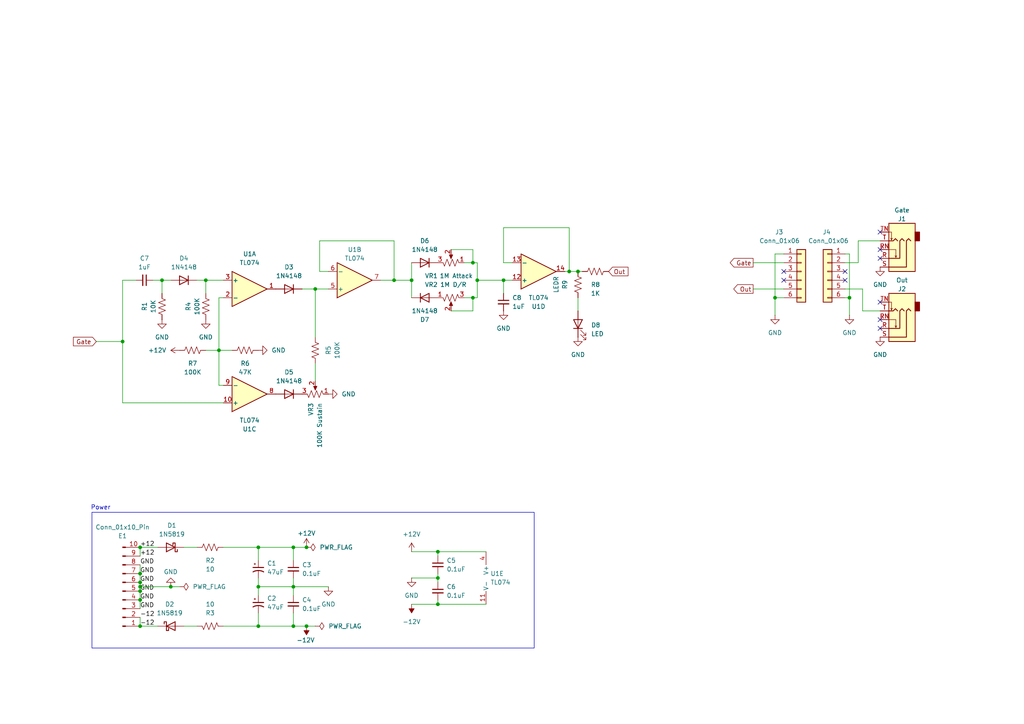
<source format=kicad_sch>
(kicad_sch (version 20250114) (generator "eeschema") (generator_version "9.0")
  (paper "A4")
  (title_block (title "KOSMO - Moritz Klein - ADSR"))
  (lib_symbols
    (symbol "Amplifier_Operational:TL074" (pin_names (offset 0.127))
      (property "Reference" "U" (at 0 5.08 0))
      (property "Value" "TL074" (at 0 -5.08 0))
      (symbol "TL074_1_1"
        (polyline (pts (xy -5.08 5.08) (xy 5.08 0) (xy -5.08 -5.08) (xy -5.08 5.08)) (stroke (width 0.254)) (fill (type background)))
        (pin input line (at -7.62 2.54 0) (length 2.54) (name "+") (number "3"))
        (pin input line (at -7.62 -2.54 0) (length 2.54) (name "-") (number "2"))
        (pin output line (at 7.62 0 180) (length 2.54) (name "~") (number "1"))
      )
      (symbol "TL074_2_1"
        (polyline (pts (xy -5.08 5.08) (xy 5.08 0) (xy -5.08 -5.08) (xy -5.08 5.08)) (stroke (width 0.254)) (fill (type background)))
        (pin input line (at -7.62 2.54 0) (length 2.54) (name "+") (number "5"))
        (pin input line (at -7.62 -2.54 0) (length 2.54) (name "-") (number "6"))
        (pin output line (at 7.62 0 180) (length 2.54) (name "~") (number "7"))
      )
      (symbol "TL074_3_1"
        (polyline (pts (xy -5.08 5.08) (xy 5.08 0) (xy -5.08 -5.08) (xy -5.08 5.08)) (stroke (width 0.254)) (fill (type background)))
        (pin input line (at -7.62 2.54 0) (length 2.54) (name "+") (number "10"))
        (pin input line (at -7.62 -2.54 0) (length 2.54) (name "-") (number "9"))
        (pin output line (at 7.62 0 180) (length 2.54) (name "~") (number "8"))
      )
      (symbol "TL074_4_1"
        (polyline (pts (xy -5.08 5.08) (xy 5.08 0) (xy -5.08 -5.08) (xy -5.08 5.08)) (stroke (width 0.254)) (fill (type background)))
        (pin input line (at -7.62 2.54 0) (length 2.54) (name "+") (number "12"))
        (pin input line (at -7.62 -2.54 0) (length 2.54) (name "-") (number "13"))
        (pin output line (at 7.62 0 180) (length 2.54) (name "~") (number "14"))
      )
      (symbol "TL074_5_1"
        (pin power_in line (at -2.54 7.62 270) (length 3.81) (name "V+") (number "4"))
        (pin power_in line (at -2.54 -7.62 90) (length 3.81) (name "V-") (number "11"))
      )
    )
    (symbol "Connector:Conn_01x10_Pin" (pin_names (offset 1.016) (hide yes))
      (property "Reference" "J" (at 0 12.7 0))
      (property "Value" "Conn_01x10_Pin" (at 0 -15.24 0))
      (symbol "Conn_01x10_Pin_1_1"
        (rectangle (start 0.8636 10.287) (end 0 10.033) (stroke (width 0.1524)) (fill (type outline)))
        (rectangle (start 0.8636 7.747) (end 0 7.493) (stroke (width 0.1524)) (fill (type outline)))
        (rectangle (start 0.8636 5.207) (end 0 4.953) (stroke (width 0.1524)) (fill (type outline)))
        (rectangle (start 0.8636 2.667) (end 0 2.413) (stroke (width 0.1524)) (fill (type outline)))
        (rectangle (start 0.8636 0.127) (end 0 -0.127) (stroke (width 0.1524)) (fill (type outline)))
        (rectangle (start 0.8636 -2.413) (end 0 -2.667) (stroke (width 0.1524)) (fill (type outline)))
        (rectangle (start 0.8636 -4.953) (end 0 -5.207) (stroke (width 0.1524)) (fill (type outline)))
        (rectangle (start 0.8636 -7.493) (end 0 -7.747) (stroke (width 0.1524)) (fill (type outline)))
        (rectangle (start 0.8636 -10.033) (end 0 -10.287) (stroke (width 0.1524)) (fill (type outline)))
        (rectangle (start 0.8636 -12.573) (end 0 -12.827) (stroke (width 0.1524)) (fill (type outline)))
        (polyline (pts (xy 1.27 10.16) (xy 0.8636 10.16)) (stroke (width 0.1524)))
        (polyline (pts (xy 1.27 7.62) (xy 0.8636 7.62)) (stroke (width 0.1524)))
        (polyline (pts (xy 1.27 5.08) (xy 0.8636 5.08)) (stroke (width 0.1524)))
        (polyline (pts (xy 1.27 2.54) (xy 0.8636 2.54)) (stroke (width 0.1524)))
        (polyline (pts (xy 1.27 0) (xy 0.8636 0)) (stroke (width 0.1524)))
        (polyline (pts (xy 1.27 -2.54) (xy 0.8636 -2.54)) (stroke (width 0.1524)))
        (polyline (pts (xy 1.27 -5.08) (xy 0.8636 -5.08)) (stroke (width 0.1524)))
        (polyline (pts (xy 1.27 -7.62) (xy 0.8636 -7.62)) (stroke (width 0.1524)))
        (polyline (pts (xy 1.27 -10.16) (xy 0.8636 -10.16)) (stroke (width 0.1524)))
        (polyline (pts (xy 1.27 -12.7) (xy 0.8636 -12.7)) (stroke (width 0.1524)))
        (pin passive line (at 5.08 10.16 180) (length 3.81) (name "Pin_1") (number "1"))
        (pin passive line (at 5.08 7.62 180) (length 3.81) (name "Pin_2") (number "2"))
        (pin passive line (at 5.08 5.08 180) (length 3.81) (name "Pin_3") (number "3"))
        (pin passive line (at 5.08 2.54 180) (length 3.81) (name "Pin_4") (number "4"))
        (pin passive line (at 5.08 0 180) (length 3.81) (name "Pin_5") (number "5"))
        (pin passive line (at 5.08 -2.54 180) (length 3.81) (name "Pin_6") (number "6"))
        (pin passive line (at 5.08 -5.08 180) (length 3.81) (name "Pin_7") (number "7"))
        (pin passive line (at 5.08 -7.62 180) (length 3.81) (name "Pin_8") (number "8"))
        (pin passive line (at 5.08 -10.16 180) (length 3.81) (name "Pin_9") (number "9"))
        (pin passive line (at 5.08 -12.7 180) (length 3.81) (name "Pin_10") (number "10"))
      )
    )
    (symbol "Connector_Audio:AudioJack3_SwitchTR"
      (property "Reference" "J" (at 0 8.89 0))
      (property "Value" "AudioJack3_SwitchTR" (at 0 6.35 0))
      (symbol "AudioJack3_SwitchTR_0_1"
        (rectangle (start -5.08 -5.08) (end -6.35 -7.62) (stroke (width 0.254)) (fill (type outline)))
        (polyline (pts (xy -1.905 -5.08) (xy -1.27 -5.715) (xy -0.635 -5.08) (xy -0.635 0) (xy 2.54 0)) (stroke (width 0.254)))
        (polyline (pts (xy 0 -5.08) (xy 0.635 -5.715) (xy 1.27 -5.08) (xy 2.54 -5.08)) (stroke (width 0.254)))
        (polyline (pts (xy 0.508 -0.254) (xy 0.762 -0.762)))
        (polyline (pts (xy 1.778 -5.334) (xy 2.032 -5.842)))
        (rectangle (start 2.54 3.81) (end -5.08 -10.16) (stroke (width 0.254)) (fill (type background)))
        (polyline (pts (xy 2.54 2.54) (xy -2.54 2.54) (xy -2.54 -5.08) (xy -3.175 -5.715) (xy -3.81 -5.08)) (stroke (width 0.254)))
        (polyline (pts (xy 2.54 -2.54) (xy 0.508 -2.54) (xy 0.508 -0.254) (xy 0.254 -0.762)))
        (polyline (pts (xy 2.54 -7.62) (xy 1.778 -7.62) (xy 1.778 -5.334) (xy 1.524 -5.842)))
      )
      (symbol "AudioJack3_SwitchTR_1_1"
        (pin passive line (at 5.08 2.54 180) (length 2.54) (name "~") (number "S"))
        (pin passive line (at 5.08 0 180) (length 2.54) (name "~") (number "R"))
        (pin passive line (at 5.08 -2.54 180) (length 2.54) (name "~") (number "RN"))
        (pin passive line (at 5.08 -5.08 180) (length 2.54) (name "~") (number "T"))
        (pin passive line (at 5.08 -7.62 180) (length 2.54) (name "~") (number "TN"))
      )
    )
    (symbol "Connector_Generic:Conn_01x06" (pin_names (offset 1.016) (hide yes))
      (property "Reference" "J" (at 0 7.62 0))
      (property "Value" "Conn_01x06" (at 0 -10.16 0))
      (symbol "Conn_01x06_1_1"
        (rectangle (start -1.27 6.35) (end 1.27 -8.89) (stroke (width 0.254)) (fill (type background)))
        (rectangle (start -1.27 5.207) (end 0 4.953) (stroke (width 0.1524)))
        (rectangle (start -1.27 2.667) (end 0 2.413) (stroke (width 0.1524)))
        (rectangle (start -1.27 0.127) (end 0 -0.127) (stroke (width 0.1524)))
        (rectangle (start -1.27 -2.413) (end 0 -2.667) (stroke (width 0.1524)))
        (rectangle (start -1.27 -4.953) (end 0 -5.207) (stroke (width 0.1524)))
        (rectangle (start -1.27 -7.493) (end 0 -7.747) (stroke (width 0.1524)))
        (pin passive line (at -5.08 5.08 0) (length 3.81) (name "Pin_1") (number "1"))
        (pin passive line (at -5.08 2.54 0) (length 3.81) (name "Pin_2") (number "2"))
        (pin passive line (at -5.08 0 0) (length 3.81) (name "Pin_3") (number "3"))
        (pin passive line (at -5.08 -2.54 0) (length 3.81) (name "Pin_4") (number "4"))
        (pin passive line (at -5.08 -5.08 0) (length 3.81) (name "Pin_5") (number "5"))
        (pin passive line (at -5.08 -7.62 0) (length 3.81) (name "Pin_6") (number "6"))
      )
    )
    (symbol "Device:C_Polarized_Small_US" (pin_numbers (hide yes)) (pin_names (offset 0.254) (hide yes))
      (property "Reference" "C" (at 0.254 1.778 0))
      (property "Value" "C_Polarized_Small_US" (at 0.254 -2.032 0))
      (symbol "C_Polarized_Small_US_0_1"
        (polyline (pts (xy -1.524 0.508) (xy 1.524 0.508)) (stroke (width 0.3048)))
        (polyline (pts (xy -1.27 1.524) (xy -0.762 1.524)))
        (polyline (pts (xy -1.016 1.27) (xy -1.016 1.778)))
        (arc (start -1.524 -0.762) (mid 0 -0.3734) (end 1.524 -0.762) (stroke (width 0.3048)))
      )
      (symbol "C_Polarized_Small_US_1_1"
        (pin passive line (at 0 2.54 270) (length 2.032) (name "~") (number "1"))
        (pin passive line (at 0 -2.54 90) (length 2.032) (name "~") (number "2"))
      )
    )
    (symbol "Device:C_Small" (pin_numbers (hide yes)) (pin_names (offset 0.254) (hide yes))
      (property "Reference" "C" (at 0.254 1.778 0))
      (property "Value" "C_Small" (at 0.254 -2.032 0))
      (symbol "C_Small_0_1"
        (polyline (pts (xy -1.524 0.508) (xy 1.524 0.508)) (stroke (width 0.3048)))
        (polyline (pts (xy -1.524 -0.508) (xy 1.524 -0.508)) (stroke (width 0.3302)))
      )
      (symbol "C_Small_1_1"
        (pin passive line (at 0 2.54 270) (length 2.032) (name "~") (number "1"))
        (pin passive line (at 0 -2.54 90) (length 2.032) (name "~") (number "2"))
      )
    )
    (symbol "Device:LED" (pin_numbers (hide yes)) (pin_names (offset 1.016) (hide yes))
      (property "Reference" "D" (at 0 2.54 0))
      (property "Value" "LED" (at 0 -2.54 0))
      (symbol "LED_0_1"
        (polyline (pts (xy -3.048 -0.762) (xy -4.572 -2.286) (xy -3.81 -2.286) (xy -4.572 -2.286) (xy -4.572 -1.524)))
        (polyline (pts (xy -1.778 -0.762) (xy -3.302 -2.286) (xy -2.54 -2.286) (xy -3.302 -2.286) (xy -3.302 -1.524)))
        (polyline (pts (xy -1.27 0) (xy 1.27 0)))
        (polyline (pts (xy -1.27 -1.27) (xy -1.27 1.27)) (stroke (width 0.254)))
        (polyline (pts (xy 1.27 -1.27) (xy 1.27 1.27) (xy -1.27 0) (xy 1.27 -1.27)) (stroke (width 0.254)))
      )
      (symbol "LED_1_1"
        (pin passive line (at -3.81 0 0) (length 2.54) (name "K") (number "1"))
        (pin passive line (at 3.81 0 180) (length 2.54) (name "A") (number "2"))
      )
    )
    (symbol "Device:R_Potentiometer_US" (pin_names (offset 1.016) (hide yes))
      (property "Reference" "RV" (at -4.445 0 90))
      (property "Value" "R_Potentiometer_US" (at -2.54 0 90))
      (symbol "R_Potentiometer_US_0_1"
        (polyline (pts (xy 0 2.54) (xy 0 2.286)))
        (polyline (pts (xy 0 2.286) (xy 1.016 1.905) (xy 0 1.524) (xy -1.016 1.143) (xy 0 0.762)))
        (polyline (pts (xy 0 0.762) (xy 1.016 0.381) (xy 0 0) (xy -1.016 -0.381) (xy 0 -0.762)))
        (polyline (pts (xy 0 -0.762) (xy 1.016 -1.143) (xy 0 -1.524) (xy -1.016 -1.905) (xy 0 -2.286)))
        (polyline (pts (xy 0 -2.286) (xy 0 -2.54)))
        (polyline (pts (xy 1.143 0) (xy 2.286 0.508) (xy 2.286 -0.508) (xy 1.143 0)) (fill (type outline)))
        (polyline (pts (xy 2.54 0) (xy 1.524 0)))
      )
      (symbol "R_Potentiometer_US_1_1"
        (pin passive line (at 0 3.81 270) (length 1.27) (name "1") (number "1"))
        (pin passive line (at 0 -3.81 90) (length 1.27) (name "3") (number "3"))
        (pin passive line (at 3.81 0 180) (length 1.27) (name "2") (number "2"))
      )
    )
    (symbol "Device:R_US" (pin_numbers (hide yes)) (pin_names (offset 0))
      (property "Reference" "R" (at 2.54 0 90))
      (property "Value" "R_US" (at -2.54 0 90))
      (symbol "R_US_0_1"
        (polyline (pts (xy 0 2.286) (xy 0 2.54)))
        (polyline (pts (xy 0 2.286) (xy 1.016 1.905) (xy 0 1.524) (xy -1.016 1.143) (xy 0 0.762)))
        (polyline (pts (xy 0 0.762) (xy 1.016 0.381) (xy 0 0) (xy -1.016 -0.381) (xy 0 -0.762)))
        (polyline (pts (xy 0 -0.762) (xy 1.016 -1.143) (xy 0 -1.524) (xy -1.016 -1.905) (xy 0 -2.286)))
        (polyline (pts (xy 0 -2.286) (xy 0 -2.54)))
      )
      (symbol "R_US_1_1"
        (pin passive line (at 0 3.81 270) (length 1.27) (name "~") (number "1"))
        (pin passive line (at 0 -3.81 90) (length 1.27) (name "~") (number "2"))
      )
    )
    (symbol "Diode:1N4148" (pin_numbers (hide yes)) (pin_names (hide yes))
      (property "Reference" "D" (at 0 2.54 0))
      (property "Value" "1N4148" (at 0 -2.54 0))
      (symbol "1N4148_0_1"
        (polyline (pts (xy -1.27 1.27) (xy -1.27 -1.27)) (stroke (width 0.254)))
        (polyline (pts (xy 1.27 1.27) (xy 1.27 -1.27) (xy -1.27 0) (xy 1.27 1.27)) (stroke (width 0.254)))
        (polyline (pts (xy 1.27 0) (xy -1.27 0)))
      )
      (symbol "1N4148_1_1"
        (pin passive line (at -3.81 0 0) (length 2.54) (name "K") (number "1"))
        (pin passive line (at 3.81 0 180) (length 2.54) (name "A") (number "2"))
      )
    )
    (symbol "Diode:1N5819" (pin_numbers (hide yes)) (pin_names (offset 1.016) (hide yes))
      (property "Reference" "D" (at 0 2.54 0))
      (property "Value" "1N5819" (at 0 -2.54 0))
      (symbol "1N5819_0_1"
        (polyline (pts (xy -1.905 0.635) (xy -1.905 1.27) (xy -1.27 1.27) (xy -1.27 -1.27) (xy -0.635 -1.27) (xy -0.635 -0.635)) (stroke (width 0.254)))
        (polyline (pts (xy 1.27 1.27) (xy 1.27 -1.27) (xy -1.27 0) (xy 1.27 1.27)) (stroke (width 0.254)))
        (polyline (pts (xy 1.27 0) (xy -1.27 0)))
      )
      (symbol "1N5819_1_1"
        (pin passive line (at -3.81 0 0) (length 2.54) (name "K") (number "1"))
        (pin passive line (at 3.81 0 180) (length 2.54) (name "A") (number "2"))
      )
    )
    (symbol "power:+12V" (power) (pin_numbers (hide yes)) (pin_names (offset 0) (hide yes))
      (property "Value" "+12V" (at 0 3.556 0))
      (symbol "+12V_0_1"
        (polyline (pts (xy -0.762 1.27) (xy 0 2.54)))
        (polyline (pts (xy 0 2.54) (xy 0.762 1.27)))
        (polyline (pts (xy 0 0) (xy 0 2.54)))
      )
      (symbol "+12V_1_1"
        (pin power_in line (at 0 0 90) (length 0) (name "~") (number "1"))
      )
    )
    (symbol "power:-12V" (power) (pin_numbers (hide yes)) (pin_names (offset 0) (hide yes))
      (property "Value" "-12V" (at 0 3.556 0))
      (symbol "-12V_0_0"
        (pin power_in line (at 0 0 90) (length 0) (name "~") (number "1"))
      )
      (symbol "-12V_0_1"
        (polyline (pts (xy 0 0) (xy 0 1.27) (xy 0.762 1.27) (xy 0 2.54) (xy -0.762 1.27) (xy 0 1.27)) (fill (type outline)))
      )
    )
    (symbol "power:GND" (power) (pin_numbers (hide yes)) (pin_names (offset 0) (hide yes))
      (property "Value" "GND" (at 0 -3.81 0))
      (symbol "GND_0_1"
        (polyline (pts (xy 0 0) (xy 0 -1.27) (xy 1.27 -1.27) (xy 0 -2.54) (xy -1.27 -1.27) (xy 0 -1.27)))
      )
      (symbol "GND_1_1"
        (pin power_in line (at 0 0 270) (length 0) (name "~") (number "1"))
      )
    )
    (symbol "power:PWR_FLAG" (power) (pin_numbers (hide yes)) (pin_names (offset 0) (hide yes))
      (property "Value" "PWR_FLAG" (at 0 3.81 0))
      (symbol "PWR_FLAG_0_0"
        (pin power_out line (at 0 0 90) (length 0) (name "~") (number "1"))
      )
      (symbol "PWR_FLAG_0_1"
        (polyline (pts (xy 0 0) (xy 0 1.27) (xy -1.016 1.905) (xy 0 2.54) (xy 1.016 1.905) (xy 0 1.27)))
      )
    )
  )
  (rectangle (start 26.67 148.59) (end 154.94 187.96))
  (text "Power" (at 29.21 147.32 0) (effects (font (size 1.27 1.27))))
  (junction (at 40.64 173.99))
  (junction (at 137.16 76.2))
  (junction (at 35.56 99.06))
  (junction (at 138.43 81.28))
  (junction (at 40.64 158.75))
  (junction (at 59.69 81.28))
  (junction (at 85.09 181.61))
  (junction (at 137.16 86.36))
  (junction (at 74.93 170.18))
  (junction (at 40.64 171.45))
  (junction (at 146.05 81.28))
  (junction (at 49.53 170.18))
  (junction (at 246.38 86.36))
  (junction (at 167.64 78.74))
  (junction (at 114.3 81.28))
  (junction (at 127 167.64))
  (junction (at 119.38 81.28))
  (junction (at 74.93 181.61))
  (junction (at 224.79 86.36))
  (junction (at 165.1 78.74))
  (junction (at 88.9 181.61))
  (junction (at 40.64 168.91))
  (junction (at 46.99 81.28))
  (junction (at 88.9 158.75))
  (junction (at 40.64 166.37))
  (junction (at 91.44 83.82))
  (junction (at 127 175.26))
  (junction (at 85.09 158.75))
  (junction (at 127 160.02))
  (junction (at 74.93 158.75))
  (junction (at 40.64 170.18))
  (junction (at 63.5 101.6))
  (junction (at 85.09 170.18))
  (junction (at 40.64 181.61))
  (no_connect (at 245.11 81.28))
  (no_connect (at 227.33 78.74))
  (no_connect (at 255.27 92.71))
  (no_connect (at 227.33 81.28))
  (no_connect (at 255.27 72.39))
  (no_connect (at 255.27 87.63))
  (no_connect (at 255.27 74.93))
  (no_connect (at 255.27 95.25))
  (no_connect (at 255.27 67.31))
  (no_connect (at 245.11 78.74))
  (wire (pts (xy 119.38 175.26) (xy 127 175.26)))
  (wire (pts (xy 40.64 170.18) (xy 49.53 170.18)))
  (wire (pts (xy 64.77 86.36) (xy 63.5 86.36)))
  (wire (pts (xy 167.64 78.74) (xy 168.91 78.74)))
  (wire (pts (xy 74.93 158.75) (xy 85.09 158.75)))
  (wire (pts (xy 110.49 81.28) (xy 114.3 81.28)))
  (wire (pts (xy 40.64 158.75) (xy 45.72 158.75)))
  (wire (pts (xy 227.33 73.66) (xy 224.79 73.66)))
  (wire (pts (xy 40.64 168.91) (xy 40.64 170.18)))
  (wire (pts (xy 85.09 158.75) (xy 88.9 158.75)))
  (wire (pts (xy 63.5 86.36) (xy 63.5 101.6)))
  (wire (pts (xy 246.38 73.66) (xy 246.38 86.36)))
  (wire (pts (xy 119.38 81.28) (xy 119.38 86.36)))
  (wire (pts (xy 53.34 158.75) (xy 57.15 158.75)))
  (wire (pts (xy 40.64 181.61) (xy 45.72 181.61)))
  (wire (pts (xy 57.15 81.28) (xy 59.69 81.28)))
  (wire (pts (xy 137.16 76.2) (xy 137.16 72.39)))
  (wire (pts (xy 148.59 76.2) (xy 146.05 76.2)))
  (wire (pts (xy 165.1 78.74) (xy 167.64 78.74)))
  (wire (pts (xy 92.71 78.74) (xy 92.71 69.85)))
  (wire (pts (xy 35.56 81.28) (xy 39.37 81.28)))
  (wire (pts (xy 119.38 160.02) (xy 127 160.02)))
  (wire (pts (xy 46.99 81.28) (xy 49.53 81.28)))
  (wire (pts (xy 146.05 81.28) (xy 148.59 81.28)))
  (wire (pts (xy 35.56 81.28) (xy 35.56 99.06)))
  (wire (pts (xy 40.64 166.37) (xy 40.64 163.83)))
  (wire (pts (xy 137.16 86.36) (xy 137.16 90.17)))
  (wire (pts (xy 250.19 83.82) (xy 250.19 90.17)))
  (wire (pts (xy 245.11 83.82) (xy 250.19 83.82)))
  (wire (pts (xy 114.3 69.85) (xy 114.3 81.28)))
  (wire (pts (xy 74.93 177.8) (xy 74.93 181.61)))
  (wire (pts (xy 63.5 101.6) (xy 63.5 111.76)))
  (wire (pts (xy 146.05 66.04) (xy 165.1 66.04)))
  (wire (pts (xy 137.16 86.36) (xy 138.43 86.36)))
  (wire (pts (xy 40.64 181.61) (xy 40.64 179.07)))
  (wire (pts (xy 248.92 76.2) (xy 248.92 69.85)))
  (wire (pts (xy 224.79 86.36) (xy 227.33 86.36)))
  (wire (pts (xy 127 167.64) (xy 127 168.91)))
  (wire (pts (xy 119.38 76.2) (xy 119.38 81.28)))
  (wire (pts (xy 127 173.99) (xy 127 175.26)))
  (wire (pts (xy 250.19 90.17) (xy 255.27 90.17)))
  (wire (pts (xy 224.79 73.66) (xy 224.79 86.36)))
  (wire (pts (xy 44.45 81.28) (xy 46.99 81.28)))
  (wire (pts (xy 85.09 167.64) (xy 85.09 170.18)))
  (wire (pts (xy 137.16 90.17) (xy 130.81 90.17)))
  (wire (pts (xy 85.09 170.18) (xy 95.25 170.18)))
  (wire (pts (xy 91.44 105.41) (xy 91.44 110.49)))
  (wire (pts (xy 85.09 158.75) (xy 85.09 162.56)))
  (wire (pts (xy 40.64 173.99) (xy 40.64 171.45)))
  (wire (pts (xy 134.62 86.36) (xy 137.16 86.36)))
  (wire (pts (xy 92.71 69.85) (xy 114.3 69.85)))
  (wire (pts (xy 64.77 181.61) (xy 74.93 181.61)))
  (wire (pts (xy 74.93 170.18) (xy 74.93 172.72)))
  (wire (pts (xy 35.56 99.06) (xy 35.56 116.84)))
  (wire (pts (xy 88.9 181.61) (xy 91.44 181.61)))
  (wire (pts (xy 40.64 176.53) (xy 40.64 173.99)))
  (wire (pts (xy 165.1 66.04) (xy 165.1 78.74)))
  (wire (pts (xy 246.38 86.36) (xy 246.38 91.44)))
  (wire (pts (xy 138.43 76.2) (xy 138.43 81.28)))
  (wire (pts (xy 248.92 69.85) (xy 255.27 69.85)))
  (wire (pts (xy 137.16 72.39) (xy 130.81 72.39)))
  (wire (pts (xy 63.5 111.76) (xy 64.77 111.76)))
  (wire (pts (xy 127 166.37) (xy 127 167.64)))
  (wire (pts (xy 134.62 76.2) (xy 137.16 76.2)))
  (wire (pts (xy 114.3 81.28) (xy 119.38 81.28)))
  (wire (pts (xy 138.43 81.28) (xy 138.43 86.36)))
  (wire (pts (xy 40.64 168.91) (xy 40.64 166.37)))
  (wire (pts (xy 119.38 167.64) (xy 127 167.64)))
  (wire (pts (xy 224.79 86.36) (xy 224.79 91.44)))
  (wire (pts (xy 85.09 177.8) (xy 85.09 181.61)))
  (wire (pts (xy 74.93 158.75) (xy 74.93 162.56)))
  (wire (pts (xy 127 160.02) (xy 140.97 160.02)))
  (wire (pts (xy 95.25 78.74) (xy 92.71 78.74)))
  (wire (pts (xy 138.43 81.28) (xy 146.05 81.28)))
  (wire (pts (xy 85.09 181.61) (xy 88.9 181.61)))
  (wire (pts (xy 218.44 76.2) (xy 227.33 76.2)))
  (wire (pts (xy 40.64 161.29) (xy 40.64 158.75)))
  (wire (pts (xy 35.56 116.84) (xy 64.77 116.84)))
  (wire (pts (xy 245.11 76.2) (xy 248.92 76.2)))
  (wire (pts (xy 245.11 86.36) (xy 246.38 86.36)))
  (wire (pts (xy 91.44 97.79) (xy 91.44 83.82)))
  (wire (pts (xy 245.11 73.66) (xy 246.38 73.66)))
  (wire (pts (xy 40.64 170.18) (xy 40.64 171.45)))
  (wire (pts (xy 146.05 85.09) (xy 146.05 81.28)))
  (wire (pts (xy 127 160.02) (xy 127 161.29)))
  (wire (pts (xy 146.05 76.2) (xy 146.05 66.04)))
  (wire (pts (xy 127 175.26) (xy 140.97 175.26)))
  (wire (pts (xy 59.69 81.28) (xy 59.69 85.09)))
  (wire (pts (xy 163.83 78.74) (xy 165.1 78.74)))
  (wire (pts (xy 74.93 181.61) (xy 85.09 181.61)))
  (wire (pts (xy 218.44 83.82) (xy 227.33 83.82)))
  (wire (pts (xy 27.94 99.06) (xy 35.56 99.06)))
  (wire (pts (xy 64.77 158.75) (xy 74.93 158.75)))
  (wire (pts (xy 59.69 81.28) (xy 64.77 81.28)))
  (wire (pts (xy 74.93 170.18) (xy 85.09 170.18)))
  (wire (pts (xy 91.44 83.82) (xy 95.25 83.82)))
  (wire (pts (xy 46.99 81.28) (xy 46.99 85.09)))
  (wire (pts (xy 167.64 86.36) (xy 167.64 90.17)))
  (wire (pts (xy 137.16 76.2) (xy 138.43 76.2)))
  (wire (pts (xy 63.5 101.6) (xy 67.31 101.6)))
  (wire (pts (xy 87.63 83.82) (xy 91.44 83.82)))
  (wire (pts (xy 53.34 181.61) (xy 57.15 181.61)))
  (wire (pts (xy 85.09 170.18) (xy 85.09 172.72)))
  (wire (pts (xy 49.53 170.18) (xy 52.07 170.18)))
  (wire (pts (xy 74.93 167.64) (xy 74.93 170.18)))
  (wire (pts (xy 59.69 101.6) (xy 63.5 101.6)))
  (label "+12" (at 40.64 161.29 0))
  (label "GND" (at 40.64 173.99 0))
  (label "GND" (at 40.64 166.37 0))
  (label "GND" (at 40.64 176.53 0))
  (label "GND" (at 40.64 168.91 0))
  (label "GND" (at 40.64 171.45 0))
  (label "+12" (at 40.64 158.75 0))
  (label "-12" (at 40.64 179.07 0))
  (label "GND" (at 40.64 163.83 0))
  (label "-12" (at 40.64 181.61 0))
  (global_label "Out" (shape input) (at 176.53 78.74 0) (property "Intersheetrefs" "${INTERSHEET_REFS}" (effects (hide yes))))
  (global_label "Out" (shape output) (at 218.44 83.82 180) (property "Intersheetrefs" "${INTERSHEET_REFS}" (effects (hide yes))))
  (global_label "Gate" (shape output) (at 218.44 76.2 180) (property "Intersheetrefs" "${INTERSHEET_REFS}" (effects (hide yes))))
  (global_label "Gate" (shape input) (at 27.94 99.06 180) (property "Intersheetrefs" "${INTERSHEET_REFS}" (effects (hide yes))))
  (symbol (lib_id "Device:C_Small") (at 85.09 165.1 0) (unit 1)
    (property "Reference" "C3" (at 87.63 163.8362 0) (effects (justify left)))
    (property "Value" "0.1uF" (at 87.63 166.3762 0) (effects (justify left)))
    (property "Footprint" "AO_tht:C_Disc_D3.0mm_W1.6mm_P2.50mm" (effects (hide yes)))
    (property "Description" "Unpolarized capacitor, small symbol" (effects (hide yes)))
  )
  (symbol (lib_id "Amplifier_Operational:TL074") (at 102.87 81.28 0) (mirror x) (unit 2)
    (property "Reference" "U1" (at 102.87 72.39 0))
    (property "Value" "TL074" (at 102.87 74.93 0))
    (property "Footprint" "4ms_Package_DIP:DIP-14_W7.62mm" (effects (hide yes)))
    (property "Datasheet" "http://www.ti.com/lit/ds/symlink/tl071.pdf" (effects (hide yes)))
    (property "Description" "Quad Low-Noise JFET-Input Operational Amplifiers, DIP-14/SOIC-14" (effects (hide yes)))
  )
  (symbol (lib_id "power:-12V") (at 119.38 175.26 180) (unit 1)
    (property "Reference" "#PWR07" (effects (hide yes)))
    (property "Value" "-12V" (at 119.38 180.34 0))
    (property "Description" "Power symbol creates a global label with name \"-12V\"" (effects (hide yes)))
  )
  (symbol (lib_id "Diode:1N4148") (at 53.34 81.28 180) (unit 1)
    (property "Reference" "D4" (at 53.34 74.93 0))
    (property "Value" "1N4148" (at 53.34 77.47 0))
    (property "Footprint" "Diode_THT:D_DO-35_SOD27_P7.62mm_Horizontal" (effects (hide yes)))
    (property "Datasheet" "https://assets.nexperia.com/documents/data-sheet/1N4148_1N4448.pdf" (effects (hide yes)))
    (property "Description" "100V 0.15A standard switching diode, DO-35" (effects (hide yes)))
    (property "Sim.Device" "D" (effects (hide yes)))
    (property "Sim.Pins" "1=K 2=A" (effects (hide yes)))
  )
  (symbol (lib_id "Device:C_Polarized_Small_US") (at 74.93 165.1 0) (unit 1)
    (property "Reference" "C1" (at 77.47 163.3981 0) (effects (justify left)))
    (property "Value" "47uF" (at 77.47 165.9381 0) (effects (justify left)))
    (property "Footprint" "Capacitor_THT:CP_Radial_D5.0mm_P2.50mm" (effects (hide yes)))
    (property "Description" "Polarized capacitor, small US symbol" (effects (hide yes)))
  )
  (symbol (lib_id "Amplifier_Operational:TL074") (at 143.51 167.64 0) (unit 5)
    (property "Reference" "U1" (at 142.24 166.3699 0) (effects (justify left)))
    (property "Value" "TL074" (at 142.24 168.9099 0) (effects (justify left)))
    (property "Footprint" "4ms_Package_DIP:DIP-14_W7.62mm" (effects (hide yes)))
    (property "Datasheet" "http://www.ti.com/lit/ds/symlink/tl071.pdf" (effects (hide yes)))
    (property "Description" "Quad Low-Noise JFET-Input Operational Amplifiers, DIP-14/SOIC-14" (effects (hide yes)))
  )
  (symbol (lib_id "Device:LED") (at 167.64 93.98 90) (unit 1)
    (property "Reference" "D8" (at 171.45 94.2974 90) (effects (justify right)))
    (property "Value" "LED" (at 171.45 96.8374 90) (effects (justify right)))
    (property "Footprint" "AO_tht:LED_D5.0mm" (effects (hide yes)))
    (property "Description" "Light emitting diode" (effects (hide yes)))
  )
  (symbol (lib_id "power:GND") (at 246.38 91.44 0) (unit 1)
    (property "Reference" "#PWR018" (effects (hide yes)))
    (property "Value" "GND" (at 246.38 96.52 0))
    (property "Description" "Power symbol creates a global label with name \"GND\" , ground" (effects (hide yes)))
  )
  (symbol (lib_id "Device:R_US") (at 60.96 158.75 90) (unit 1)
    (property "Reference" "R2" (at 60.96 162.56 90))
    (property "Value" "10" (at 60.96 165.1 90))
    (property "Footprint" "AO_tht:R_Axial_DIN0207_L6.3mm_D2.5mm_P10.16mm_Horizontal" (effects (hide yes)))
    (property "Description" "Resistor, US symbol" (effects (hide yes)))
  )
  (symbol (lib_id "Device:R_US") (at 167.64 82.55 0) (unit 1)
    (property "Reference" "R9" (at 163.83 82.55 90))
    (property "Value" "LEDR" (at 161.29 82.55 90))
    (property "Footprint" "AO_tht:R_Axial_DIN0207_L6.3mm_D2.5mm_P10.16mm_Horizontal" (effects (hide yes)))
    (property "Description" "Resistor, US symbol" (effects (hide yes)))
  )
  (symbol (lib_id "power:PWR_FLAG") (at 91.44 181.61 270) (mirror x) (unit 1)
    (property "Reference" "#FLG03" (effects (hide yes)))
    (property "Value" "PWR_FLAG" (at 95.25 181.6101 90) (effects (justify left)))
    (property "Description" "Special symbol for telling ERC where power comes from" (effects (hide yes)))
  )
  (symbol (lib_id "Amplifier_Operational:TL074") (at 72.39 83.82 0) (unit 1)
    (property "Reference" "U1" (at 72.39 73.66 0))
    (property "Value" "TL074" (at 72.39 76.2 0))
    (property "Footprint" "4ms_Package_DIP:DIP-14_W7.62mm" (effects (hide yes)))
    (property "Datasheet" "http://www.ti.com/lit/ds/symlink/tl071.pdf" (effects (hide yes)))
    (property "Description" "Quad Low-Noise JFET-Input Operational Amplifiers, DIP-14/SOIC-14" (effects (hide yes)))
  )
  (symbol (lib_id "Device:R_US") (at 172.72 78.74 90) (unit 1)
    (property "Reference" "R8" (at 172.72 82.55 90))
    (property "Value" "1K" (at 172.72 85.09 90))
    (property "Footprint" "AO_tht:R_Axial_DIN0207_L6.3mm_D2.5mm_P10.16mm_Horizontal" (effects (hide yes)))
    (property "Description" "Resistor, US symbol" (effects (hide yes)))
  )
  (symbol (lib_id "Device:R_US") (at 55.88 101.6 90) (unit 1)
    (property "Reference" "R7" (at 55.88 105.41 90))
    (property "Value" "100K" (at 55.88 107.95 90))
    (property "Footprint" "AO_tht:R_Axial_DIN0207_L6.3mm_D2.5mm_P10.16mm_Horizontal" (effects (hide yes)))
    (property "Description" "Resistor, US symbol" (effects (hide yes)))
  )
  (symbol (lib_id "Connector_Generic:Conn_01x06") (at 232.41 78.74 0) (unit 1)
    (property "Reference" "J3" (at 224.79 67.31 0) (effects (justify left)))
    (property "Value" "Conn_01x06" (at 220.218 69.85 0) (effects (justify left)))
    (property "Footprint" "Connector_PinHeader_2.54mm:PinHeader_1x06_P2.54mm_Vertical" (effects (hide yes)))
    (property "Description" "Generic connector, single row, 01x06, script generated (kicad-library-utils/schlib/autogen/connector/)" (effects (hide yes)))
  )
  (symbol (lib_id "power:GND") (at 46.99 92.71 0) (unit 1)
    (property "Reference" "#PWR09" (effects (hide yes)))
    (property "Value" "GND" (at 46.99 97.79 0))
    (property "Description" "Power symbol creates a global label with name \"GND\" , ground" (effects (hide yes)))
  )
  (symbol (lib_id "power:+12V") (at 119.38 160.02 0) (unit 1)
    (property "Reference" "#PWR05" (effects (hide yes)))
    (property "Value" "+12V" (at 119.38 154.94 0))
    (property "Description" "Power symbol creates a global label with name \"+12V\"" (effects (hide yes)))
  )
  (symbol (lib_id "power:GND") (at 49.53 170.18 0) (mirror x) (unit 1)
    (property "Reference" "#PWR01" (effects (hide yes)))
    (property "Value" "GND" (at 51.562 165.862 0) (effects (justify right)))
    (property "Description" "Power symbol creates a global label with name \"GND\" , ground" (effects (hide yes)))
  )
  (symbol (lib_id "Connector_Audio:AudioJack3_SwitchTR") (at 260.35 95.25 180) (unit 1)
    (property "Reference" "J2" (at 261.62 83.82 0))
    (property "Value" "Out" (at 261.62 81.28 0))
    (property "Footprint" "AO_tht:Jack_6.35mm_PJ_629HAN" (effects (hide yes)))
    (property "Description" "Audio Jack, 3 Poles (Stereo / TRS), Switched TR Poles (Normalling)" (effects (hide yes)))
  )
  (symbol (lib_id "power:GND") (at 95.25 170.18 0) (unit 1)
    (property "Reference" "#PWR04" (effects (hide yes)))
    (property "Value" "GND" (at 95.25 175.26 0))
    (property "Description" "Power symbol creates a global label with name \"GND\" , ground" (effects (hide yes)))
  )
  (symbol (lib_id "Device:R_Potentiometer_US") (at 130.81 86.36 90) (mirror x) (unit 1)
    (property "Reference" "VR2" (at 123.19 82.55 90) (effects (justify right)))
    (property "Value" "1M D/R" (at 127.635 82.55 90) (effects (justify right)))
    (property "Footprint" "AO_tht:Potentiometer_Alpha_RD901F-40-00D_Single_Vertical" (effects (hide yes)))
    (property "Description" "Potentiometer, US symbol" (effects (hide yes)))
  )
  (symbol (lib_id "power:GND") (at 255.27 97.79 0) (unit 1)
    (property "Reference" "#PWR017" (effects (hide yes)))
    (property "Value" "GND" (at 255.27 102.87 0))
    (property "Description" "Power symbol creates a global label with name \"GND\" , ground" (effects (hide yes)))
  )
  (symbol (lib_id "Amplifier_Operational:TL074") (at 72.39 114.3 0) (mirror x) (unit 3)
    (property "Reference" "U1" (at 72.39 124.46 0))
    (property "Value" "TL074" (at 72.39 121.92 0))
    (property "Footprint" "4ms_Package_DIP:DIP-14_W7.62mm" (effects (hide yes)))
    (property "Datasheet" "http://www.ti.com/lit/ds/symlink/tl071.pdf" (effects (hide yes)))
    (property "Description" "Quad Low-Noise JFET-Input Operational Amplifiers, DIP-14/SOIC-14" (effects (hide yes)))
  )
  (symbol (lib_id "Device:C_Small") (at 146.05 87.63 0) (unit 1)
    (property "Reference" "C8" (at 148.59 86.3662 0) (effects (justify left)))
    (property "Value" "1uF" (at 148.59 88.9062 0) (effects (justify left)))
    (property "Footprint" "AO_tht:C_Rect_L7.2mm_W2.5mm_P5.00mm_FKS2_FKP2_MKS2_MKP2" (effects (hide yes)))
    (property "Description" "Unpolarized capacitor, small symbol" (effects (hide yes)))
  )
  (symbol (lib_id "Device:R_US") (at 91.44 101.6 180) (unit 1)
    (property "Reference" "R5" (at 95.25 101.6 90))
    (property "Value" "100K" (at 97.79 101.6 90))
    (property "Footprint" "AO_tht:R_Axial_DIN0207_L6.3mm_D2.5mm_P10.16mm_Horizontal" (effects (hide yes)))
    (property "Description" "Resistor, US symbol" (effects (hide yes)))
  )
  (symbol (lib_id "Diode:1N4148") (at 83.82 114.3 180) (unit 1)
    (property "Reference" "D5" (at 83.82 107.95 0))
    (property "Value" "1N4148" (at 83.82 110.49 0))
    (property "Footprint" "Diode_THT:D_DO-35_SOD27_P7.62mm_Horizontal" (effects (hide yes)))
    (property "Datasheet" "https://assets.nexperia.com/documents/data-sheet/1N4148_1N4448.pdf" (effects (hide yes)))
    (property "Description" "100V 0.15A standard switching diode, DO-35" (effects (hide yes)))
    (property "Sim.Device" "D" (effects (hide yes)))
    (property "Sim.Pins" "1=K 2=A" (effects (hide yes)))
  )
  (symbol (lib_id "Device:R_US") (at 60.96 181.61 90) (mirror x) (unit 1)
    (property "Reference" "R3" (at 60.96 177.8 90))
    (property "Value" "10" (at 60.96 175.26 90))
    (property "Footprint" "AO_tht:R_Axial_DIN0207_L6.3mm_D2.5mm_P10.16mm_Horizontal" (effects (hide yes)))
    (property "Description" "Resistor, US symbol" (effects (hide yes)))
  )
  (symbol (lib_id "Device:C_Small") (at 41.91 81.28 270) (unit 1)
    (property "Reference" "C7" (at 41.9036 74.93 90))
    (property "Value" "1uF" (at 41.9036 77.47 90))
    (property "Footprint" "AO_tht:C_Rect_L7.2mm_W2.5mm_P5.00mm_FKS2_FKP2_MKS2_MKP2" (effects (hide yes)))
    (property "Description" "Unpolarized capacitor, small symbol" (effects (hide yes)))
  )
  (symbol (lib_id "Amplifier_Operational:TL074") (at 156.21 78.74 0) (mirror x) (unit 4)
    (property "Reference" "U1" (at 156.21 88.9 0))
    (property "Value" "TL074" (at 156.21 86.36 0))
    (property "Footprint" "4ms_Package_DIP:DIP-14_W7.62mm" (effects (hide yes)))
    (property "Datasheet" "http://www.ti.com/lit/ds/symlink/tl071.pdf" (effects (hide yes)))
    (property "Description" "Quad Low-Noise JFET-Input Operational Amplifiers, DIP-14/SOIC-14" (effects (hide yes)))
  )
  (symbol (lib_id "Device:C_Small") (at 85.09 175.26 0) (unit 1)
    (property "Reference" "C4" (at 87.63 173.9962 0) (effects (justify left)))
    (property "Value" "0.1uF" (at 87.63 176.5362 0) (effects (justify left)))
    (property "Footprint" "AO_tht:C_Disc_D3.0mm_W1.6mm_P2.50mm" (effects (hide yes)))
    (property "Description" "Unpolarized capacitor, small symbol" (effects (hide yes)))
  )
  (symbol (lib_id "Diode:1N5819") (at 49.53 181.61 0) (unit 1)
    (property "Reference" "D2" (at 49.2125 175.26 0))
    (property "Value" "1N5819" (at 49.2125 177.8 0))
    (property "Footprint" "Diode_THT:D_DO-41_SOD81_P10.16mm_Horizontal" (effects (hide yes)))
    (property "Datasheet" "http://www.vishay.com/docs/88525/1n5817.pdf" (effects (hide yes)))
    (property "Description" "40V 1A Schottky Barrier Rectifier Diode, DO-41" (effects (hide yes)))
  )
  (symbol (lib_id "Device:R_Potentiometer_US") (at 130.81 76.2 270) (mirror x) (unit 1)
    (property "Reference" "VR1" (at 127 80.01 90) (effects (justify right)))
    (property "Value" "1M Attack" (at 137.16 80.01 90) (effects (justify right)))
    (property "Footprint" "AO_tht:Potentiometer_Alpha_RD901F-40-00D_Single_Vertical" (effects (hide yes)))
    (property "Description" "Potentiometer, US symbol" (effects (hide yes)))
  )
  (symbol (lib_id "Diode:1N4148") (at 83.82 83.82 180) (unit 1)
    (property "Reference" "D3" (at 83.82 77.47 0))
    (property "Value" "1N4148" (at 83.82 80.01 0))
    (property "Footprint" "Diode_THT:D_DO-35_SOD27_P7.62mm_Horizontal" (effects (hide yes)))
    (property "Datasheet" "https://assets.nexperia.com/documents/data-sheet/1N4148_1N4448.pdf" (effects (hide yes)))
    (property "Description" "100V 0.15A standard switching diode, DO-35" (effects (hide yes)))
    (property "Sim.Device" "D" (effects (hide yes)))
    (property "Sim.Pins" "1=K 2=A" (effects (hide yes)))
  )
  (symbol (lib_id "Diode:1N5819") (at 49.53 158.75 180) (unit 1)
    (property "Reference" "D1" (at 49.8475 152.4 0))
    (property "Value" "1N5819" (at 49.8475 154.94 0))
    (property "Footprint" "Diode_THT:D_DO-41_SOD81_P10.16mm_Horizontal" (effects (hide yes)))
    (property "Datasheet" "http://www.vishay.com/docs/88525/1n5817.pdf" (effects (hide yes)))
    (property "Description" "40V 1A Schottky Barrier Rectifier Diode, DO-41" (effects (hide yes)))
  )
  (symbol (lib_id "Device:C_Small") (at 127 171.45 0) (unit 1)
    (property "Reference" "C6" (at 129.54 170.1862 0) (effects (justify left)))
    (property "Value" "0.1uF" (at 129.54 172.7262 0) (effects (justify left)))
    (property "Footprint" "AO_tht:C_Disc_D3.0mm_W1.6mm_P2.50mm" (effects (hide yes)))
    (property "Description" "Unpolarized capacitor, small symbol" (effects (hide yes)))
  )
  (symbol (lib_id "power:-12V") (at 88.9 181.61 0) (mirror x) (unit 1)
    (property "Reference" "#PWR03" (effects (hide yes)))
    (property "Value" "-12V" (at 88.646 185.674 0))
    (property "Description" "Power symbol creates a global label with name \"-12V\"" (effects (hide yes)))
  )
  (symbol (lib_id "power:PWR_FLAG") (at 52.07 170.18 270) (mirror x) (unit 1)
    (property "Reference" "#FLG01" (effects (hide yes)))
    (property "Value" "PWR_FLAG" (at 55.88 170.1801 90) (effects (justify left)))
    (property "Description" "Special symbol for telling ERC where power comes from" (effects (hide yes)))
  )
  (symbol (lib_id "Device:R_US") (at 46.99 88.9 180) (unit 1)
    (property "Reference" "R1" (at 41.91 88.9 90))
    (property "Value" "10K" (at 44.45 88.9 90))
    (property "Footprint" "AO_tht:R_Axial_DIN0207_L6.3mm_D2.5mm_P10.16mm_Horizontal" (effects (hide yes)))
    (property "Description" "Resistor, US symbol" (effects (hide yes)))
  )
  (symbol (lib_id "Device:C_Polarized_Small_US") (at 74.93 175.26 0) (unit 1)
    (property "Reference" "C2" (at 77.47 173.5581 0) (effects (justify left)))
    (property "Value" "47uF" (at 77.47 176.0981 0) (effects (justify left)))
    (property "Footprint" "Capacitor_THT:CP_Radial_D5.0mm_P2.50mm" (effects (hide yes)))
    (property "Description" "Polarized capacitor, small US symbol" (effects (hide yes)))
  )
  (symbol (lib_id "Diode:1N4148") (at 123.19 76.2 180) (unit 1)
    (property "Reference" "D6" (at 123.19 69.85 0))
    (property "Value" "1N4148" (at 123.19 72.39 0))
    (property "Footprint" "Diode_THT:D_DO-35_SOD27_P7.62mm_Horizontal" (effects (hide yes)))
    (property "Datasheet" "https://assets.nexperia.com/documents/data-sheet/1N4148_1N4448.pdf" (effects (hide yes)))
    (property "Description" "100V 0.15A standard switching diode, DO-35" (effects (hide yes)))
    (property "Sim.Device" "D" (effects (hide yes)))
    (property "Sim.Pins" "1=K 2=A" (effects (hide yes)))
  )
  (symbol (lib_id "Connector_Audio:AudioJack3_SwitchTR") (at 260.35 74.93 180) (unit 1)
    (property "Reference" "J1" (at 261.62 63.5 0))
    (property "Value" "Gate" (at 261.62 60.96 0))
    (property "Footprint" "AO_tht:Jack_6.35mm_PJ_629HAN" (effects (hide yes)))
    (property "Description" "Audio Jack, 3 Poles (Stereo / TRS), Switched TR Poles (Normalling)" (effects (hide yes)))
  )
  (symbol (lib_id "Device:C_Small") (at 127 163.83 0) (unit 1)
    (property "Reference" "C5" (at 129.54 162.5662 0) (effects (justify left)))
    (property "Value" "0.1uF" (at 129.54 165.1062 0) (effects (justify left)))
    (property "Footprint" "AO_tht:C_Disc_D3.0mm_W1.6mm_P2.50mm" (effects (hide yes)))
    (property "Description" "Unpolarized capacitor, small symbol" (effects (hide yes)))
  )
  (symbol (lib_id "power:GND") (at 95.25 114.3 90) (unit 1)
    (property "Reference" "#PWR013" (effects (hide yes)))
    (property "Value" "GND" (at 99.06 114.2999 90) (effects (justify right)))
    (property "Description" "Power symbol creates a global label with name \"GND\" , ground" (effects (hide yes)))
  )
  (symbol (lib_id "power:GND") (at 224.79 91.44 0) (unit 1)
    (property "Reference" "#PWR08" (effects (hide yes)))
    (property "Value" "GND" (at 224.79 96.52 0))
    (property "Description" "Power symbol creates a global label with name \"GND\" , ground" (effects (hide yes)))
  )
  (symbol (lib_id "Device:R_US") (at 71.12 101.6 90) (unit 1)
    (property "Reference" "R6" (at 71.12 105.41 90))
    (property "Value" "47K" (at 71.12 107.95 90))
    (property "Footprint" "AO_tht:R_Axial_DIN0207_L6.3mm_D2.5mm_P10.16mm_Horizontal" (effects (hide yes)))
    (property "Description" "Resistor, US symbol" (effects (hide yes)))
  )
  (symbol (lib_id "Connector:Conn_01x10_Pin") (at 35.56 171.45 0) (mirror x) (unit 1)
    (property "Reference" "E1" (at 35.56 155.448 0))
    (property "Value" "Conn_01x10_Pin" (at 35.56 152.908 0))
    (property "Footprint" "4ms_Connector:Pins_2x05_2.54mm_TH_EurorackPower_Shrouded" (effects (hide yes)))
    (property "Description" "Generic connector, single row, 01x10, script generated" (effects (hide yes)))
  )
  (symbol (lib_id "power:GND") (at 59.69 92.71 0) (unit 1)
    (property "Reference" "#PWR010" (effects (hide yes)))
    (property "Value" "GND" (at 59.69 97.79 0))
    (property "Description" "Power symbol creates a global label with name \"GND\" , ground" (effects (hide yes)))
  )
  (symbol (lib_id "power:PWR_FLAG") (at 88.9 158.75 270) (mirror x) (unit 1)
    (property "Reference" "#FLG02" (effects (hide yes)))
    (property "Value" "PWR_FLAG" (at 92.71 158.7501 90) (effects (justify left)))
    (property "Description" "Special symbol for telling ERC where power comes from" (effects (hide yes)))
  )
  (symbol (lib_id "power:+12V") (at 88.9 158.75 0) (mirror y) (unit 1)
    (property "Reference" "#PWR02" (effects (hide yes)))
    (property "Value" "+12V" (at 88.9 154.686 0))
    (property "Description" "Power symbol creates a global label with name \"+12V\"" (effects (hide yes)))
  )
  (symbol (lib_id "Connector_Generic:Conn_01x06") (at 240.03 78.74 0) (mirror y) (unit 1)
    (property "Reference" "J4" (at 239.776 67.31 0))
    (property "Value" "Conn_01x06" (at 240.284 69.85 0))
    (property "Footprint" "Connector_PinHeader_2.54mm:PinHeader_1x06_P2.54mm_Vertical" (effects (hide yes)))
    (property "Description" "Generic connector, single row, 01x06, script generated (kicad-library-utils/schlib/autogen/connector/)" (effects (hide yes)))
  )
  (symbol (lib_id "Device:R_US") (at 59.69 88.9 180) (unit 1)
    (property "Reference" "R4" (at 54.61 88.9 90))
    (property "Value" "100K" (at 57.15 88.9 90))
    (property "Footprint" "AO_tht:R_Axial_DIN0207_L6.3mm_D2.5mm_P10.16mm_Horizontal" (effects (hide yes)))
    (property "Description" "Resistor, US symbol" (effects (hide yes)))
  )
  (symbol (lib_id "power:GND") (at 167.64 97.79 0) (unit 1)
    (property "Reference" "#PWR016" (effects (hide yes)))
    (property "Value" "GND" (at 167.64 102.87 0))
    (property "Description" "Power symbol creates a global label with name \"GND\" , ground" (effects (hide yes)))
  )
  (symbol (lib_id "Device:R_Potentiometer_US") (at 91.44 114.3 270) (mirror x) (unit 1)
    (property "Reference" "VR3" (at 90.1699 116.84 0) (effects (justify right)))
    (property "Value" "100K Sustain" (at 92.7099 116.84 0) (effects (justify right)))
    (property "Footprint" "AO_tht:Potentiometer_Alpha_RD901F-40-00D_Single_Vertical" (effects (hide yes)))
    (property "Description" "Potentiometer, US symbol" (effects (hide yes)))
  )
  (symbol (lib_id "power:GND") (at 255.27 77.47 0) (unit 1)
    (property "Reference" "#PWR015" (effects (hide yes)))
    (property "Value" "GND" (at 255.27 82.55 0))
    (property "Description" "Power symbol creates a global label with name \"GND\" , ground" (effects (hide yes)))
  )
  (symbol (lib_id "power:GND") (at 146.05 90.17 0) (unit 1)
    (property "Reference" "#PWR014" (effects (hide yes)))
    (property "Value" "GND" (at 146.05 95.25 0))
    (property "Description" "Power symbol creates a global label with name \"GND\" , ground" (effects (hide yes)))
  )
  (symbol (lib_id "power:+12V") (at 52.07 101.6 90) (unit 1)
    (property "Reference" "#PWR011" (effects (hide yes)))
    (property "Value" "+12V" (at 48.26 101.5999 90) (effects (justify left)))
    (property "Description" "Power symbol creates a global label with name \"+12V\"" (effects (hide yes)))
  )
  (symbol (lib_id "power:GND") (at 74.93 101.6 90) (unit 1)
    (property "Reference" "#PWR012" (effects (hide yes)))
    (property "Value" "GND" (at 78.74 101.5999 90) (effects (justify right)))
    (property "Description" "Power symbol creates a global label with name \"GND\" , ground" (effects (hide yes)))
  )
  (symbol (lib_id "Diode:1N4148") (at 123.19 86.36 0) (mirror x) (unit 1)
    (property "Reference" "D7" (at 123.19 92.71 0))
    (property "Value" "1N4148" (at 123.19 90.17 0))
    (property "Footprint" "Diode_THT:D_DO-35_SOD27_P7.62mm_Horizontal" (effects (hide yes)))
    (property "Datasheet" "https://assets.nexperia.com/documents/data-sheet/1N4148_1N4448.pdf" (effects (hide yes)))
    (property "Description" "100V 0.15A standard switching diode, DO-35" (effects (hide yes)))
    (property "Sim.Device" "D" (effects (hide yes)))
    (property "Sim.Pins" "1=K 2=A" (effects (hide yes)))
  )
  (symbol (lib_id "power:GND") (at 119.38 167.64 0) (unit 1)
    (property "Reference" "#PWR06" (effects (hide yes)))
    (property "Value" "GND" (at 119.38 172.72 0))
    (property "Description" "Power symbol creates a global label with name \"GND\" , ground" (effects (hide yes)))
  )
)
</source>
